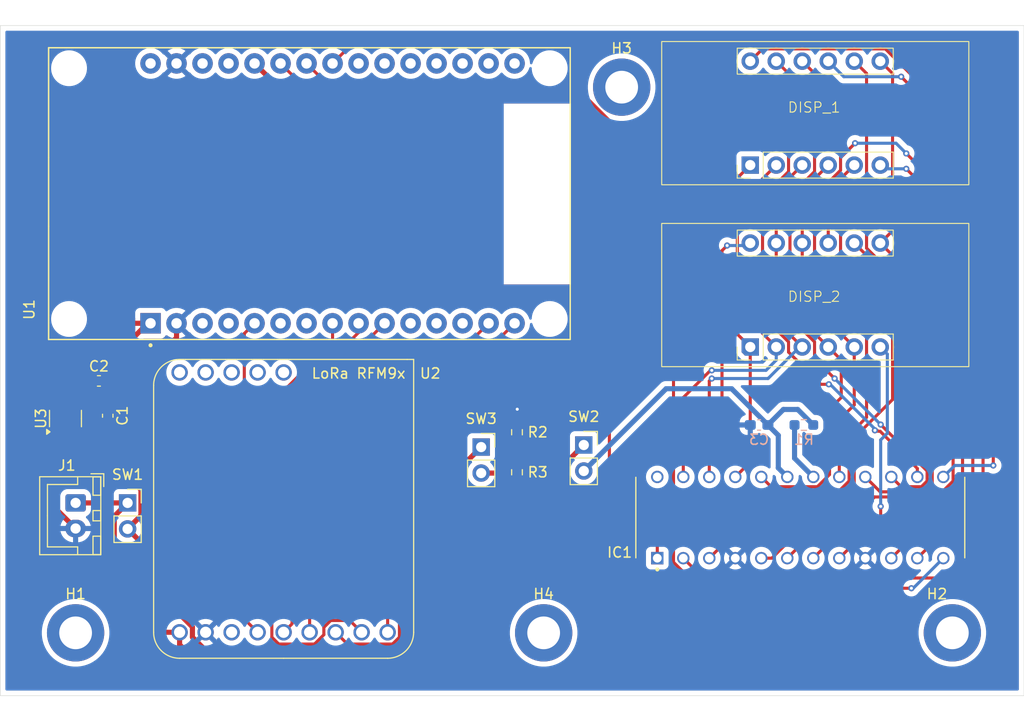
<source format=kicad_pcb>
(kicad_pcb (version 20241229) (generator "pcbnew") (generator_version "9.0")
  (layers (0 "F.Cu" signal) (2 "B.Cu" signal) (13 "F.Paste" user) (15 "B.Paste" user) (5 "F.SilkS" user "F.Silkscreen") (7 "B.SilkS" user "B.Silkscreen") (1 "F.Mask" user) (3 "B.Mask" user) (25 "Edge.Cuts" user))
  (net 0 "")
  (net 1 "Net-(U3-BP)")
  (net 2 "GND")
  (net 3 "3v3")
  (net 4 "V_LED")
  (net 5 "ISET")
  (net 6 "DIG3")
  (net 7 "DIN")
  (net 8 "DIG5")
  (net 9 "SEGC")
  (net 10 "CLK_LED")
  (net 11 "DIG6")
  (net 13 "DIG7")
  (net 14 "SEGE")
  (net 15 "DIG0")
  (net 16 "SEGF")
  (net 17 "SEGG")
  (net 18 "SEGB")
  (net 19 "SEGA")
  (net 20 "SEGD")
  (net 21 "SEGDP")
  (net 22 "DIG1")
  (net 23 "DIG2")
  (net 24 "DIG4")
  (net 25 "CS_LED")
  (net 26 "Vbat")
  (net 27 "VBATREAD")
  (net 28 "Vbat1")
  (net 29 "Vreg")
  (net 31 "CS")
  (net 33 "MISO")
  (net 34 "MOSI")
  (net 37 "RST")
  (net 47 "CLK")
  (net 51 "INT")
  (footprint "Package_TO_SOT_SMD:SOT-23-5" (layer "F.Cu") (at 85.37 128.9125 90)
    (property "Reference" "U3" (at 0 -2.4 90) (layer "F.SilkS"))
    (property "Value" "MIC5219-3.3YM5")
    (pad "1" smd roundrect (at -1.1375 -0.95 90) (size 1.325 0.6) (layers "F.Cu" "F.Mask" "F.Paste") (net 29 "Vreg"))
    (pad "2" smd roundrect (at -1.1375 0 90) (size 1.325 0.6) (layers "F.Cu" "F.Mask" "F.Paste") (net 2 "GND"))
    (pad "3" smd roundrect (at -1.1375 0.95 90) (size 1.325 0.6) (layers "F.Cu" "F.Mask" "F.Paste") (net 29 "Vreg"))
    (pad "4" smd roundrect (at 1.1375 0.95 90) (size 1.325 0.6) (layers "F.Cu" "F.Mask" "F.Paste") (net 1 "Net-(U3-BP)"))
    (pad "5" smd roundrect (at 1.1375 -0.95 90) (size 1.325 0.6) (layers "F.Cu" "F.Mask" "F.Paste") (net 3 "3v3"))
  )
  (footprint "footprints:RFM69HCW_Breakout" (layer "F.Cu") (at 106.68 137.74 -90)
    (property "Reference" "U2" (at -13.24 -14.32 180) (layer "F.SilkS"))
    (property "Value" "~")
    (fp_text user "LoRa RFM9x" (at -13.24 -7.32 180) (layer "F.SilkS"))
    (pad "1" thru_hole circle (at 12.065 10.16 90) (size 1.6 1.6) (drill 1.1) (layers "*.Cu" "*.Mask") (net 3 "3v3"))
    (pad "2" thru_hole circle (at 12.065 7.62 90) (size 1.6 1.6) (drill 1.1) (layers "*.Cu" "*.Mask") (net 2 "GND"))
    (pad "3" thru_hole circle (at 12.065 5.08 90) (size 1.6 1.6) (drill 1.1) (layers "*.Cu" "*.Mask"))
    (pad "4" thru_hole circle (at 12.065 2.54 90) (size 1.6 1.6) (drill 1.1) (layers "*.Cu" "*.Mask") (net 51 "INT"))
    (pad "5" thru_hole circle (at 12.065 0 90) (size 1.6 1.6) (drill 1.1) (layers "*.Cu" "*.Mask") (net 47 "CLK"))
    (pad "6" thru_hole circle (at 12.065 -2.54 90) (size 1.6 1.6) (drill 1.1) (layers "*.Cu" "*.Mask") (net 33 "MISO"))
    (pad "7" thru_hole circle (at 12.065 -5.08 90) (size 1.6 1.6) (drill 1.1) (layers "*.Cu" "*.Mask") (net 34 "MOSI"))
    (pad "8" thru_hole circle (at 12.065 -7.62 90) (size 1.6 1.6) (drill 1.1) (layers "*.Cu" "*.Mask") (net 31 "CS"))
    (pad "9" thru_hole circle (at 12.065 -10.16 90) (size 1.6 1.6) (drill 1.1) (layers "*.Cu" "*.Mask") (net 37 "RST"))
    (pad "10" thru_hole circle (at -13.335 0 90) (size 1.6 1.6) (drill 1.1) (layers "*.Cu" "*.Mask"))
    (pad "11" thru_hole circle (at -13.335 2.54 90) (size 1.6 1.6) (drill 1.1) (layers "*.Cu" "*.Mask"))
    (pad "12" thru_hole circle (at -13.335 5.08 90) (size 1.6 1.6) (drill 1.1) (layers "*.Cu" "*.Mask"))
    (pad "13" thru_hole circle (at -13.335 7.62 90) (size 1.6 1.6) (drill 1.1) (layers "*.Cu" "*.Mask"))
    (pad "14" thru_hole circle (at -13.335 10.16 90) (size 1.6 1.6) (drill 1.1) (layers "*.Cu" "*.Mask"))
  )
  (footprint "Connector_PinSocket_2.54mm:PinSocket_1x02_P2.54mm_Vertical" (layer "F.Cu") (at 91.44 137.16)
    (property "Reference" "SW1" (at 0 -2.77 0) (layer "F.SilkS"))
    (property "Value" "SW_DIP_x01")
    (pad "1" thru_hole rect (at 0 0) (size 1.7 1.7) (drill 1) (layers "*.Cu" "*.Mask") (net 26 "Vbat"))
    (pad "2" thru_hole circle (at 0 2.54) (size 1.7 1.7) (drill 1) (layers "*.Cu" "*.Mask") (net 29 "Vreg"))
  )
  (footprint "MountingHole:MountingHole_3.2mm_M3_DIN965_Pad_TopBottom" (layer "F.Cu") (at 132.08 149.86)
    (property "Reference" "H4" (at 0 -3.8 0) (layer "F.SilkS"))
    (property "Value" "MountingHole")
    (pad "1" thru_hole circle (at 0 0) (size 3.6 3.6) (drill 3.2) (layers "*.Cu" "*.Mask"))
    (pad "1" connect circle (at 0 0) (size 5.6 5.6) (layers "F.Cu" "F.Mask"))
    (pad "1" connect circle (at 0 0) (size 5.6 5.6) (layers "B.Cu" "B.Mask"))
  )
  (footprint "footprints:3461AS_7_seg" (layer "F.Cu") (at 158.61 116.84)
    (property "Reference" "DISP_2" (at -0.11 0.16 0) (layer "F.SilkS") (effects (font (thickness 0.1))))
    (property "Value" "~")
    (pad "1" thru_hole roundrect (at -6.35 5.08 90) (size 1.7 1.7) (drill 1) (layers "*.Cu" "*.Mask") (roundrect_rratio 0) (chamfer_ratio 0.2) (chamfer top_left) (net 14 "SEGE"))
    (pad "2" thru_hole circle (at -3.81 5.08 90) (size 1.7 1.7) (drill 1) (layers "*.Cu" "*.Mask") (net 20 "SEGD"))
    (pad "3" thru_hole circle (at -1.27 5.08 90) (size 1.7 1.7) (drill 1) (layers "*.Cu" "*.Mask") (net 21 "SEGDP"))
    (pad "4" thru_hole circle (at 1.27 5.08 90) (size 1.7 1.7) (drill 1) (layers "*.Cu" "*.Mask") (net 9 "SEGC"))
    (pad "5" thru_hole circle (at 3.81 5.08 90) (size 1.7 1.7) (drill 1) (layers "*.Cu" "*.Mask") (net 17 "SEGG"))
    (pad "6" thru_hole circle (at 6.35 5.08 90) (size 1.7 1.7) (drill 1) (layers "*.Cu" "*.Mask") (net 13 "DIG7"))
    (pad "7" thru_hole circle (at 6.35 -5.08 90) (size 1.7 1.7) (drill 1) (layers "*.Cu" "*.Mask") (net 18 "SEGB"))
    (pad "8" thru_hole circle (at 3.81 -5.08 90) (size 1.7 1.7) (drill 1) (layers "*.Cu" "*.Mask") (net 11 "DIG6"))
    (pad "9" thru_hole circle (at 1.27 -5.08 90) (size 1.7 1.7) (drill 1) (layers "*.Cu" "*.Mask") (net 8 "DIG5"))
    (pad "10" thru_hole circle (at -1.27 -5.08 90) (size 1.7 1.7) (drill 1) (layers "*.Cu" "*.Mask") (net 16 "SEGF"))
    (pad "11" thru_hole circle (at -3.81 -5.08 90) (size 1.7 1.7) (drill 1) (layers "*.Cu" "*.Mask") (net 19 "SEGA"))
    (pad "12" thru_hole circle (at -6.35 -5.08 90) (size 1.7 1.7) (drill 1) (layers "*.Cu" "*.Mask") (net 24 "DIG4"))
  )
  (footprint "Resistor_SMD:R_0603_1608Metric_Pad0.98x0.95mm_HandSolder" (layer "F.Cu") (at 129.475 134.1625 90)
    (property "Reference" "R3" (at 0 2.025 180) (layer "F.SilkS"))
    (property "Value" "200k")
    (pad "1" smd roundrect (at -0.9125 0 90) (size 0.975 0.95) (layers "F.Cu" "F.Mask" "F.Paste") (net 28 "Vbat1"))
    (pad "2" smd roundrect (at 0.9125 0 90) (size 0.975 0.95) (layers "F.Cu" "F.Mask" "F.Paste") (net 27 "VBATREAD"))
  )
  (footprint "Connector_PinSocket_2.54mm:PinSocket_1x02_P2.54mm_Vertical" (layer "F.Cu") (at 136 131.5)
    (property "Reference" "SW2" (at 0 -2.77 0) (layer "F.SilkS"))
    (property "Value" "SW_DIP_x01")
    (pad "1" thru_hole rect (at 0 0) (size 1.7 1.7) (drill 1) (layers "*.Cu" "*.Mask") (net 3 "3v3"))
    (pad "2" thru_hole circle (at 0 2.54) (size 1.7 1.7) (drill 1) (layers "*.Cu" "*.Mask") (net 4 "V_LED"))
  )
  (footprint "footprints:MODULE_ESP32_DEVKIT_V1" (layer "F.Cu") (at 109.195 106.9 90)
    (property "Reference" "U1" (at -11.355 -27.36 90) (layer "F.SilkS"))
    (property "Value" "ESP32-DEVKIT-V1")
    (pad "" np_thru_hole circle (at -12.28 -23.475 90) (size 3 3) (drill 3) (layers "*.Cu" "*.Mask"))
    (pad "" np_thru_hole circle (at -12.28 23.475 90) (size 3 3) (drill 3) (layers "*.Cu" "*.Mask"))
    (pad "" np_thru_hole circle (at 12.23 -23.475 90) (size 3 3) (drill 3) (layers "*.Cu" "*.Mask"))
    (pad "" np_thru_hole circle (at 12.23 23.475 90) (size 3 3) (drill 3) (layers "*.Cu" "*.Mask"))
    (pad "1" thru_hole rect (at -12.7 -15.515 90) (size 2 2) (drill 1.02) (layers "*.Cu" "*.Mask") (net 3 "3v3"))
    (pad "2" thru_hole circle (at -12.7 -12.975 90) (size 2 2) (drill 1.02) (layers "*.Cu" "*.Mask") (net 2 "GND"))
    (pad "3" thru_hole circle (at -12.7 -10.435 90) (size 2 2) (drill 1.02) (layers "*.Cu" "*.Mask"))
    (pad "4" thru_hole circle (at -12.7 -7.895 90) (size 2 2) (drill 1.02) (layers "*.Cu" "*.Mask"))
    (pad "5" thru_hole circle (at -12.7 -5.355 90) (size 2 2) (drill 1.02) (layers "*.Cu" "*.Mask") (net 51 "INT"))
    (pad "6" thru_hole circle (at -12.7 -2.815 90) (size 2 2) (drill 1.02) (layers "*.Cu" "*.Mask"))
    (pad "7" thru_hole circle (at -12.7 -0.275 90) (size 2 2) (drill 1.02) (layers "*.Cu" "*.Mask"))
    (pad "8" thru_hole circle (at -12.7 2.265 90) (size 2 2) (drill 1.02) (layers "*.Cu" "*.Mask") (net 31 "CS"))
    (pad "9" thru_hole circle (at -12.7 4.805 90) (size 2 2) (drill 1.02) (layers "*.Cu" "*.Mask") (net 47 "CLK"))
    (pad "10" thru_hole circle (at -12.7 7.345 90) (size 2 2) (drill 1.02) (layers "*.Cu" "*.Mask") (net 33 "MISO"))
    (pad "11" thru_hole circle (at -12.7 9.885 90) (size 2 2) (drill 1.02) (layers "*.Cu" "*.Mask"))
    (pad "12" thru_hole circle (at -12.7 12.425 90) (size 2 2) (drill 1.02) (layers "*.Cu" "*.Mask"))
    (pad "13" thru_hole circle (at -12.7 14.965 90) (size 2 2) (drill 1.02) (layers "*.Cu" "*.Mask"))
    (pad "14" thru_hole circle (at -12.7 17.505 90) (size 2 2) (drill 1.02) (layers "*.Cu" "*.Mask") (net 37 "RST"))
    (pad "15" thru_hole circle (at -12.7 20.045 90) (size 2 2) (drill 1.02) (layers "*.Cu" "*.Mask") (net 34 "MOSI"))
    (pad "16" thru_hole circle (at 12.7 20.045 90) (size 2 2) (drill 1.02) (layers "*.Cu" "*.Mask"))
    (pad "17" thru_hole circle (at 12.7 17.505 90) (size 2 2) (drill 1.02) (layers "*.Cu" "*.Mask"))
    (pad "18" thru_hole circle (at 12.7 14.965 90) (size 2 2) (drill 1.02) (layers "*.Cu" "*.Mask"))
    (pad "19" thru_hole circle (at 12.7 12.425 90) (size 2 2) (drill 1.02) (layers "*.Cu" "*.Mask"))
    (pad "20" thru_hole circle (at 12.7 9.885 90) (size 2 2) (drill 1.02) (layers "*.Cu" "*.Mask"))
    (pad "21" thru_hole circle (at 12.7 7.345 90) (size 2 2) (drill 1.02) (layers "*.Cu" "*.Mask"))
    (pad "22" thru_hole circle (at 12.7 4.805 90) (size 2 2) (drill 1.02) (layers "*.Cu" "*.Mask"))
    (pad "23" thru_hole circle (at 12.7 2.265 90) (size 2 2) (drill 1.02) (layers "*.Cu" "*.Mask") (net 10 "CLK_LED"))
    (pad "24" thru_hole circle (at 12.7 -0.275 90) (size 2 2) (drill 1.02) (layers "*.Cu" "*.Mask") (net 25 "CS_LED"))
    (pad "25" thru_hole circle (at 12.7 -2.815 90) (size 2 2) (drill 1.02) (layers "*.Cu" "*.Mask") (net 7 "DIN"))
    (pad "26" thru_hole circle (at 12.7 -5.355 90) (size 2 2) (drill 1.02) (layers "*.Cu" "*.Mask") (net 27 "VBATREAD"))
    (pad "27" thru_hole circle (at 12.7 -7.895 90) (size 2 2) (drill 1.02) (layers "*.Cu" "*.Mask"))
    (pad "28" thru_hole circle (at 12.7 -10.435 90) (size 2 2) (drill 1.02) (layers "*.Cu" "*.Mask"))
    (pad "29" thru_hole circle (at 12.7 -12.975 90) (size 2 2) (drill 1.02) (layers "*.Cu" "*.Mask") (net 2 "GND"))
    (pad "30" thru_hole circle (at 12.7 -15.515 90) (size 2 2) (drill 1.02) (layers "*.Cu" "*.Mask"))
    (zone (net 0) (net_name "") (layer "F.Cu") (connect_pads (clearance 0)) (min_thickness 0.01)
      (keepout (tracks not_allowed) (vias not_allowed) (pads not_allowed) (copperpour not_allowed) (footprints allowed))
      (fill (thermal_gap 0.508) (thermal_bridge_width 0.508))
      (polygon (pts (xy 128.18 115.81) (xy 128.18 98.12) (xy 134.67 98.12) (xy 134.67 115.81)))
    )
    (zone (net 0) (net_name "") (layer "B.Cu") (connect_pads (clearance 0)) (min_thickness 0.01)
      (keepout (tracks not_allowed) (vias not_allowed) (pads not_allowed) (copperpour not_allowed) (footprints allowed))
      (fill (thermal_gap 0.508) (thermal_bridge_width 0.508))
      (polygon (pts (xy 128.18 115.81) (xy 128.18 98.12) (xy 134.67 98.12) (xy 134.67 115.81)))
    )
  )
  (footprint "MountingHole:MountingHole_3.2mm_M3_DIN965_Pad_TopBottom" (layer "F.Cu") (at 86.36 149.86)
    (property "Reference" "H1" (at 0 -3.8 0) (layer "F.SilkS"))
    (property "Value" "MountingHole")
    (pad "1" thru_hole circle (at 0 0) (size 3.6 3.6) (drill 3.2) (layers "*.Cu" "*.Mask"))
    (pad "1" connect circle (at 0 0) (size 5.6 5.6) (layers "F.Cu" "F.Mask"))
    (pad "1" connect circle (at 0 0) (size 5.6 5.6) (layers "B.Cu" "B.Mask"))
  )
  (footprint "Capacitor_SMD:C_0603_1608Metric_Pad1.08x0.95mm_HandSolder" (layer "F.Cu") (at 89.5 128.6375 -90)
    (property "Reference" "C1" (at 0 -1.43 90) (layer "F.SilkS"))
    (property "Value" "470pF")
    (pad "1" smd roundrect (at -0.8625 0 270) (size 1.075 0.95) (layers "F.Cu" "F.Mask" "F.Paste") (net 1 "Net-(U3-BP)"))
    (pad "2" smd roundrect (at 0.8625 0 270) (size 1.075 0.95) (layers "F.Cu" "F.Mask" "F.Paste") (net 2 "GND"))
  )
  (footprint "Connector_PinSocket_2.54mm:PinSocket_1x02_P2.54mm_Vertical" (layer "F.Cu") (at 125.975 131.7025)
    (property "Reference" "SW3" (at 0 -2.77 0) (layer "F.SilkS"))
    (property "Value" "SW_DIP_x01")
    (pad "1" thru_hole rect (at 0 0) (size 1.7 1.7) (drill 1) (layers "*.Cu" "*.Mask") (net 26 "Vbat"))
    (pad "2" thru_hole circle (at 0 2.54) (size 1.7 1.7) (drill 1) (layers "*.Cu" "*.Mask") (net 28 "Vbat1"))
  )
  (footprint "footprints:3461AS_7_seg" (layer "F.Cu") (at 158.61 99.06)
    (property "Reference" "DISP_1" (at -0.11 -0.56 0) (layer "F.SilkS") (effects (font (thickness 0.1))))
    (property "Value" "~")
    (pad "1" thru_hole roundrect (at -6.35 5.08 90) (size 1.7 1.7) (drill 1) (layers "*.Cu" "*.Mask") (roundrect_rratio 0) (chamfer_ratio 0.2) (chamfer top_left) (net 14 "SEGE"))
    (pad "2" thru_hole circle (at -3.81 5.08 90) (size 1.7 1.7) (drill 1) (layers "*.Cu" "*.Mask") (net 20 "SEGD"))
    (pad "3" thru_hole circle (at -1.27 5.08 90) (size 1.7 1.7) (drill 1) (layers "*.Cu" "*.Mask") (net 21 "SEGDP"))
    (pad "4" thru_hole circle (at 1.27 5.08 90) (size 1.7 1.7) (drill 1) (layers "*.Cu" "*.Mask") (net 9 "SEGC"))
    (pad "5" thru_hole circle (at 3.81 5.08 90) (size 1.7 1.7) (drill 1) (layers "*.Cu" "*.Mask") (net 17 "SEGG"))
    (pad "6" thru_hole circle (at 6.35 5.08 90) (size 1.7 1.7) (drill 1) (layers "*.Cu" "*.Mask") (net 6 "DIG3"))
    (pad "7" thru_hole circle (at 6.35 -5.08 90) (size 1.7 1.7) (drill 1) (layers "*.Cu" "*.Mask") (net 18 "SEGB"))
    (pad "8" thru_hole circle (at 3.81 -5.08 90) (size 1.7 1.7) (drill 1) (layers "*.Cu" "*.Mask") (net 23 "DIG2"))
    (pad "9" thru_hole circle (at 1.27 -5.08 90) (size 1.7 1.7) (drill 1) (layers "*.Cu" "*.Mask") (net 22 "DIG1"))
    (pad "10" thru_hole circle (at -1.27 -5.08 90) (size 1.7 1.7) (drill 1) (layers "*.Cu" "*.Mask") (net 16 "SEGF"))
    (pad "11" thru_hole circle (at -3.81 -5.08 90) (size 1.7 1.7) (drill 1) (layers "*.Cu" "*.Mask") (net 19 "SEGA"))
    (pad "12" thru_hole circle (at -6.35 -5.08 90) (size 1.7 1.7) (drill 1) (layers "*.Cu" "*.Mask") (net 15 "DIG0"))
  )
  (footprint "Resistor_SMD:R_0603_1608Metric_Pad0.98x0.95mm_HandSolder" (layer "F.Cu") (at 129.475 130.25 90)
    (property "Reference" "R2" (at 0 2.025 180) (layer "F.SilkS"))
    (property "Value" "100k")
    (pad "1" smd roundrect (at -0.9125 0 90) (size 0.975 0.95) (layers "F.Cu" "F.Mask" "F.Paste") (net 27 "VBATREAD"))
    (pad "2" smd roundrect (at 0.9125 0 90) (size 0.975 0.95) (layers "F.Cu" "F.Mask" "F.Paste") (net 2 "GND"))
  )
  (footprint "Connector_JST:JST_XH_B2B-XH-A_1x02_P2.50mm_Vertical" (layer "F.Cu") (at 86.36 137.16 -90)
    (property "Reference" "J1" (at -3.66 0.86 180) (layer "F.SilkS"))
    (property "Value" "Conn_01x02_Socket")
    (pad "1" thru_hole roundrect (at 0 0 270) (size 1.7 2) (drill 1) (layers "*.Cu" "*.Mask") (roundrect_rratio 0.147059) (net 26 "Vbat"))
    (pad "2" thru_hole oval (at 2.5 0 270) (size 1.7 2) (drill 1) (layers "*.Cu" "*.Mask") (net 2 "GND"))
  )
  (footprint "Capacitor_SMD:C_0603_1608Metric_Pad1.08x0.95mm_HandSolder" (layer "F.Cu") (at 88.6375 125.235)
    (property "Reference" "C2" (at 0 -1.43 0) (layer "F.SilkS"))
    (property "Value" "2.2uF")
    (pad "1" smd roundrect (at -0.8625 0) (size 1.075 0.95) (layers "F.Cu" "F.Mask" "F.Paste") (net 3 "3v3"))
    (pad "2" smd roundrect (at 0.8625 0) (size 1.075 0.95) (layers "F.Cu" "F.Mask" "F.Paste") (net 2 "GND"))
  )
  (footprint "MountingHole:MountingHole_3.2mm_M3_DIN965_Pad_TopBottom" (layer "F.Cu") (at 172 149.86)
    (property "Reference" "H2" (at -1.5 -3.8 0) (layer "F.SilkS"))
    (property "Value" "MountingHole")
    (pad "1" thru_hole circle (at 0 0) (size 3.6 3.6) (drill 3.2) (layers "*.Cu" "*.Mask"))
    (pad "1" connect circle (at 0 0) (size 5.6 5.6) (layers "F.Cu" "F.Mask"))
    (pad "1" connect circle (at 0 0) (size 5.6 5.6) (layers "B.Cu" "B.Mask"))
  )
  (footprint "MountingHole:MountingHole_3.2mm_M3_DIN965_Pad_TopBottom" (layer "F.Cu") (at 139.7 96.52)
    (property "Reference" "H3" (at 0 -3.8 0) (layer "F.SilkS"))
    (property "Value" "MountingHole")
    (pad "1" thru_hole circle (at 0 0) (size 3.6 3.6) (drill 3.2) (layers "*.Cu" "*.Mask"))
    (pad "1" connect circle (at 0 0) (size 5.6 5.6) (layers "F.Cu" "F.Mask"))
    (pad "1" connect circle (at 0 0) (size 5.6 5.6) (layers "B.Cu" "B.Mask"))
  )
  (footprint "footprints:DIP794W47P254L3213H457Q24" (layer "F.Cu") (at 157.15 138.59 90)
    (property "Reference" "IC1" (at -3.41 -17.65 180) (layer "F.SilkS"))
    (property "Value" "MAX7219CNG")
    (pad "1" thru_hole rect (at -3.97 -13.97 90) (size 1.21 1.21) (drill 0.86) (layers "*.Cu" "*.Mask") (net 7 "DIN"))
    (pad "2" thru_hole circle (at -3.97 -11.43 90) (size 1.21 1.21) (drill 0.86) (layers "*.Cu" "*.Mask") (net 15 "DIG0"))
    (pad "3" thru_hole circle (at -3.97 -8.89 90) (size 1.21 1.21) (drill 0.86) (layers "*.Cu" "*.Mask") (net 24 "DIG4"))
    (pad "4" thru_hole circle (at -3.97 -6.35 90) (size 1.21 1.21) (drill 0.86) (layers "*.Cu" "*.Mask") (net 2 "GND"))
    (pad "5" thru_hole circle (at -3.97 -3.81 90) (size 1.21 1.21) (drill 0.86) (layers "*.Cu" "*.Mask") (net 11 "DIG6"))
    (pad "6" thru_hole circle (at -3.97 -1.27 90) (size 1.21 1.21) (drill 0.86) (layers "*.Cu" "*.Mask") (net 23 "DIG2"))
    (pad "7" thru_hole circle (at -3.97 1.27 90) (size 1.21 1.21) (drill 0.86) (layers "*.Cu" "*.Mask") (net 6 "DIG3"))
    (pad "8" thru_hole circle (at -3.97 3.81 90) (size 1.21 1.21) (drill 0.86) (layers "*.Cu" "*.Mask") (net 13 "DIG7"))
    (pad "9" thru_hole circle (at -3.97 6.35 90) (size 1.21 1.21) (drill 0.86) (layers "*.Cu" "*.Mask") (net 2 "GND"))
    (pad "10" thru_hole circle (at -3.97 8.89 90) (size 1.21 1.21) (drill 0.86) (layers "*.Cu" "*.Mask") (net 8 "DIG5"))
    (pad "11" thru_hole circle (at -3.97 11.43 90) (size 1.21 1.21) (drill 0.86) (layers "*.Cu" "*.Mask") (net 22 "DIG1"))
    (pad "12" thru_hole circle (at -3.97 13.97 90) (size 1.21 1.21) (drill 0.86) (layers "*.Cu" "*.Mask") (net 25 "CS_LED"))
    (pad "13" thru_hole circle (at 3.97 13.97 90) (size 1.21 1.21) (drill 0.86) (layers "*.Cu" "*.Mask") (net 10 "CLK_LED"))
    (pad "14" thru_hole circle (at 3.97 11.43 90) (size 1.21 1.21) (drill 0.86) (layers "*.Cu" "*.Mask") (net 19 "SEGA"))
    (pad "15" thru_hole circle (at 3.97 8.89 90) (size 1.21 1.21) (drill 0.86) (layers "*.Cu" "*.Mask") (net 16 "SEGF"))
    (pad "16" thru_hole circle (at 3.97 6.35 90) (size 1.21 1.21) (drill 0.86) (layers "*.Cu" "*.Mask") (net 18 "SEGB"))
    (pad "17" thru_hole circle (at 3.97 3.81 90) (size 1.21 1.21) (drill 0.86) (layers "*.Cu" "*.Mask") (net 17 "SEGG"))
    (pad "18" thru_hole circle (at 3.97 1.27 90) (size 1.21 1.21) (drill 0.86) (layers "*.Cu" "*.Mask") (net 5 "ISET"))
    (pad "19" thru_hole circle (at 3.97 -1.27 90) (size 1.21 1.21) (drill 0.86) (layers "*.Cu" "*.Mask") (net 4 "V_LED"))
    (pad "20" thru_hole circle (at 3.97 -3.81 90) (size 1.21 1.21) (drill 0.86) (layers "*.Cu" "*.Mask") (net 9 "SEGC"))
    (pad "21" thru_hole circle (at 3.97 -6.35 90) (size 1.21 1.21) (drill 0.86) (layers "*.Cu" "*.Mask") (net 14 "SEGE"))
    (pad "22" thru_hole circle (at 3.97 -8.89 90) (size 1.21 1.21) (drill 0.86) (layers "*.Cu" "*.Mask") (net 21 "SEGDP"))
    (pad "23" thru_hole circle (at 3.97 -11.43 90) (size 1.21 1.21) (drill 0.86) (layers "*.Cu" "*.Mask") (net 20 "SEGD"))
    (pad "24" thru_hole circle (at 3.97 -13.97 90) (size 1.21 1.21) (drill 0.86) (layers "*.Cu" "*.Mask"))
  )
  (footprint "Capacitor_SMD:C_0603_1608Metric_Pad1.08x0.95mm_HandSolder" (layer "B.Cu") (at 153.1225 129.54)
    (property "Reference" "C3" (at 0 1.43 0) (layer "B.SilkS") (effects (justify mirror)))
    (property "Value" "0.1uF")
    (pad "1" smd roundrect (at -0.8625 0) (size 1.075 0.95) (layers "B.Cu" "B.Mask" "B.Paste") (net 2 "GND"))
    (pad "2" smd roundrect (at 0.8625 0) (size 1.075 0.95) (layers "B.Cu" "B.Mask" "B.Paste") (net 4 "V_LED"))
  )
  (footprint "Resistor_SMD:R_0603_1608Metric_Pad0.98x0.95mm_HandSolder" (layer "B.Cu") (at 157.5 129.54)
    (property "Reference" "R1" (at 0 1.43 0) (layer "B.SilkS") (effects (justify mirror)))
    (property "Value" "28k")
    (pad "1" smd roundrect (at -0.9125 0) (size 0.975 0.95) (layers "B.Cu" "B.Mask" "B.Paste") (net 5 "ISET"))
    (pad "2" smd roundrect (at 0.9125 0) (size 0.975 0.95) (layers "B.Cu" "B.Mask" "B.Paste") (net 4 "V_LED"))
  )
  (gr_rect (start 79 90.5) (end 179 156) (stroke (width 0.05)) (fill no) (layer "Edge.Cuts"))
  (segment (start 89.5 127.775) (end 86.32 127.775) (width 0.5) (layer "F.Cu") (net 1))
  (segment (start 91.999213 125.235) (end 96.22 121.014213) (width 0.5) (layer "F.Cu") (net 2))
  (segment (start 85.821001 128.9365) (end 85.37 129.387501) (width 0.5) (layer "F.Cu") (net 2))
  (segment (start 83.669 129.2844) (end 84.0169 128.9365) (width 0.5) (layer "F.Cu") (net 2))
  (segment (start 89.5 129.5) (end 88.9365 128.9365) (width 0.5) (layer "F.Cu") (net 2))
  (segment (start 89.5 129.5) (end 90.426 128.574) (width 0.5) (layer "F.Cu") (net 2))
  (segment (start 90.426 128.574) (end 90.426 126.161) (width 0.5) (layer "F.Cu") (net 2))
  (segment (start 129.475 128.025) (end 129.5 128) (width 0.5) (layer "F.Cu") (net 2))
  (segment (start 83.669 136.969) (end 83.669 129.2844) (width 0.5) (layer "F.Cu") (net 2))
  (segment (start 96.22 121.014213) (end 96.22 119.6) (width 0.5) (layer "F.Cu") (net 2))
  (segment (start 129.475 129.3375) (end 129.475 128.025) (width 0.5) (layer "F.Cu") (net 2))
  (segment (start 85.37 129.387501) (end 85.37 130.05) (width 0.5) (layer "F.Cu") (net 2))
  (segment (start 89.5 125.235) (end 91.999213 125.235) (width 0.5) (layer "F.Cu") (net 2))
  (segment (start 88.9365 128.9365) (end 85.821001 128.9365) (width 0.5) (layer "F.Cu") (net 2))
  (segment (start 84.0169 128.9365) (end 85.821001 128.9365) (width 0.5) (layer "F.Cu") (net 2))
  (segment (start 90.426 126.161) (end 89.5 125.235) (width 0.5) (layer "F.Cu") (net 2))
  (segment (start 86.36 139.66) (end 83.669 136.969) (width 0.5) (layer "F.Cu") (net 2))
  (via (at 129.5 128) (size 0.6) (drill 0.3) (layers "F.Cu" "B.Cu") (net 2))
  (segment (start 84.120001 127.775) (end 84.42 127.775) (width 0.5) (layer "F.Cu") (net 3))
  (segment (start 96.52 149.805) (end 93.805 149.805) (width 0.5) (layer "F.Cu") (net 3))
  (segment (start 123 144.5) (end 136 131.5) (width 0.5) (layer "F.Cu") (net 3))
  (segment (start 87.775 125.235) (end 93.41 119.6) (width 0.5) (layer "F.Cu") (net 3))
  (segment (start 120.991364 153) (end 123 150.991364) (width 0.5) (layer "F.Cu") (net 3))
  (segment (start 93.805 149.805) (end 82 138) (width 0.5) (layer "F.Cu") (net 3))
  (segment (start 123 150.991364) (end 123 144.5) (width 0.5) (layer "F.Cu") (net 3))
  (segment (start 86.96 125.235) (end 87.775 125.235) (width 0.5) (layer "F.Cu") (net 3))
  (segment (start 93.41 119.6) (end 93.68 119.6) (width 0.5) (layer "F.Cu") (net 3))
  (segment (start 98.5 153) (end 120.991364 153) (width 0.5) (layer "F.Cu") (net 3))
  (segment (start 96.52 151.02) (end 98.5 153) (width 0.5) (layer "F.Cu") (net 3))
  (segment (start 82 129.895001) (end 84.120001 127.775) (width 0.5) (layer "F.Cu") (net 3))
  (segment (start 96.52 149.805) (end 96.52 151.02) (width 0.5) (layer "F.Cu") (net 3))
  (segment (start 82 138) (end 82 129.895001) (width 0.5) (layer "F.Cu") (net 3))
  (segment (start 84.42 127.775) (end 86.96 125.235) (width 0.5) (layer "F.Cu") (net 3))
  (segment (start 156.8975 128.025) (end 155.5 128.025) (width 0.5) (layer "B.Cu") (net 4))
  (segment (start 144.04 126) (end 150.445 126) (width 0.5) (layer "B.Cu") (net 4))
  (segment (start 155 130.555) (end 153.985 129.54) (width 0.5) (layer "B.Cu") (net 4))
  (segment (start 136 134.04) (end 144.04 126) (width 0.5) (layer "B.Cu") (net 4))
  (segment (start 155.5 128.025) (end 153.985 129.54) (width 0.5) (layer "B.Cu") (net 4))
  (segment (start 158.4125 129.54) (end 156.8975 128.025) (width 0.5) (layer "B.Cu") (net 4))
  (segment (start 155 133.74) (end 155 130.555) (width 0.5) (layer "B.Cu") (net 4))
  (segment (start 155.88 134.62) (end 155 133.74) (width 0.5) (layer "B.Cu") (net 4))
  (segment (start 150.445 126) (end 153.985 129.54) (width 0.5) (layer "B.Cu") (net 4))
  (segment (start 156.5875 129.54) (end 156.5875 132.7875) (width 0.5) (layer "B.Cu") (net 5))
  (segment (start 156.5875 132.7875) (end 158.42 134.62) (width 0.5) (layer "B.Cu") (net 5))
  (segment (start 172.076 109.076) (end 167.5 104.5) (width 0.3) (layer "F.Cu") (net 6))
  (segment (start 170.513989 136.578) (end 172.076 135.015989) (width 0.3) (layer "F.Cu") (net 6))
  (segment (start 164.402 136.578) (end 170.513989 136.578) (width 0.3) (layer "F.Cu") (net 6))
  (segment (start 158.42 142.56) (end 164.402 136.578) (width 0.3) (layer "F.Cu") (net 6))
  (segment (start 172.076 135.015989) (end 172.076 109.076) (width 0.3) (layer "F.Cu") (net 6))
  (via (at 167.5 104.5) (size 0.6) (drill 0.3) (layers "F.Cu" "B.Cu") (net 6))
  (segment (start 165.32 104.5) (end 164.96 104.14) (width 0.3) (layer "B.Cu") (net 6))
  (segment (start 167.5 104.5) (end 165.32 104.5) (width 0.3) (layer "B.Cu") (net 6))
  (segment (start 110.149 97.969) (end 134.732546 97.969) (width 0.3) (layer "F.Cu") (net 7))
  (segment (start 134.732546 97.969) (end 138.5 101.736454) (width 0.3) (layer "F.Cu") (net 7))
  (segment (start 143.18 138.462) (end 143.18 142.56) (width 0.3) (layer "F.Cu") (net 7))
  (segment (start 106.38 94.2) (end 110.149 97.969) (width 0.3) (layer "F.Cu") (net 7))
  (segment (start 138.5 101.736454) (end 138.5 133.782) (width 0.3) (layer "F.Cu") (net 7))
  (segment (start 138.5 133.782) (end 143.18 138.462) (width 0.3) (layer "F.Cu") (net 7))
  (segment (start 173 135.6) (end 173 108.5) (width 0.3) (layer "F.Cu") (net 8))
  (segment (start 166.04 142.56) (end 173 135.6) (width 0.3) (layer "F.Cu") (net 8))
  (segment (start 161.081 103.419) (end 161.081 104.637471) (width 0.3) (layer "F.Cu") (net 8))
  (segment (start 161.081 104.637471) (end 159.88 105.838471) (width 0.3) (layer "F.Cu") (net 8))
  (segment (start 162.5 102) (end 161.081 103.419) (width 0.3) (layer "F.Cu") (net 8))
  (segment (start 159.88 105.838471) (end 159.88 111.76) (width 0.3) (layer "F.Cu") (net 8))
  (segment (start 173 108.5) (end 167.5 103) (width 0.3) (layer "F.Cu") (net 8))
  (via (at 162.5 102) (size 0.6) (drill 0.3) (layers "F.Cu" "B.Cu") (net 8))
  (via (at 167.5 103) (size 0.6) (drill 0.3) (layers "F.Cu" "B.Cu") (net 8))
  (segment (start 166.5 102) (end 162.5 102) (width 0.3) (layer "B.Cu") (net 8))
  (segment (start 167.5 103) (end 166.5 102) (width 0.3) (layer "B.Cu") (net 8))
  (segment (start 153.34 134.62) (end 154.296 135.576) (width 0.3) (layer "F.Cu") (net 9))
  (segment (start 160.0035 128.0035) (end 161.151 126.856) (width 0.3) (layer "F.Cu") (net 9))
  (segment (start 158.541 105.479) (end 158.541 120.581) (width 0.3) (layer "F.Cu") (net 9))
  (segment (start 159.88 104.14) (end 158.541 105.479) (width 0.3) (layer "F.Cu") (net 9))
  (segment (start 161.151 126.856) (end 161.151 123.191) (width 0.3) (layer "F.Cu") (net 9))
  (segment (start 154.296 135.576) (end 158.815989 135.576) (width 0.3) (layer "F.Cu") (net 9))
  (segment (start 161.151 123.191) (end 159.88 121.92) (width 0.3) (layer "F.Cu") (net 9))
  (segment (start 160.0035 134.388489) (end 160.0035 128.0035) (width 0.3) (layer "F.Cu") (net 9))
  (segment (start 158.815989 135.576) (end 160.0035 134.388489) (width 0.3) (layer "F.Cu") (net 9))
  (segment (start 158.541 120.581) (end 159.88 121.92) (width 0.3) (layer "F.Cu") (net 9))
  (segment (start 176 102.613008) (end 176 133.5) (width 0.3) (layer "F.Cu") (net 10))
  (segment (start 111.46 94.2) (end 113.382 92.278) (width 0.3) (layer "F.Cu") (net 10))
  (segment (start 165.664992 92.278) (end 113.382 92.278) (width 0.3) (layer "F.Cu") (net 10))
  (segment (start 165.664992 92.278) (end 176 102.613008) (width 0.3) (layer "F.Cu") (net 10))
  (via (at 176 133.5) (size 0.6) (drill 0.3) (layers "F.Cu" "B.Cu") (net 10))
  (segment (start 172.24 133.5) (end 171.12 134.62) (width 0.3) (layer "B.Cu") (net 10))
  (segment (start 176 133.5) (end 172.24 133.5) (width 0.3) (layer "B.Cu") (net 10))
  (segment (start 154.371989 142.56) (end 161.916 135.015989) (width 0.3) (layer "F.Cu") (net 11))
  (segment (start 161.916 135.015989) (end 161.916 130.5) (width 0.3) (layer "F.Cu") (net 11))
  (segment (start 153.34 142.56) (end 154.371989 142.56) (width 0.3) (layer "F.Cu") (net 11))
  (segment (start 163.621 128.795) (end 163.621 112.961) (width 0.3) (layer "F.Cu") (net 11))
  (segment (start 161.916 130.5) (end 163.621 128.795) (width 0.3) (layer "F.Cu") (net 11))
  (segment (start 163.621 112.961) (end 162.42 111.76) (width 0.3) (layer "F.Cu") (net 11))
  (segment (start 165 138.52) (end 165 137.5) (width 0.3) (layer "F.Cu") (net 13))
  (segment (start 160.96 142.56) (end 165 138.52) (width 0.3) (layer "F.Cu") (net 13))
  (via (at 165 137.5) (size 0.6) (drill 0.3) (layers "F.Cu" "B.Cu") (net 13))
  (segment (start 165.651 122.611) (end 164.96 121.92) (width 0.3) (layer "B.Cu") (net 13))
  (segment (start 165 131) (end 165.651 130.349) (width 0.3) (layer "B.Cu") (net 13))
  (segment (start 165 137.5) (end 165 131) (width 0.3) (layer "B.Cu") (net 13))
  (segment (start 165.651 130.349) (end 165.651 122.611) (width 0.3) (layer "B.Cu") (net 13))
  (segment (start 151 120.66) (end 152.26 121.92) (width 0.3) (layer "F.Cu") (net 14))
  (segment (start 152.26 104.14) (end 151 105.4) (width 0.3) (layer "F.Cu") (net 14))
  (segment (start 151 105.4) (end 151 120.66) (width 0.3) (layer "F.Cu") (net 14))
  (segment (start 150.8 134.62) (end 152.26 133.16) (width 0.3) (layer "F.Cu") (net 14))
  (segment (start 152.26 133.16) (end 152.26 121.92) (width 0.3) (layer "F.Cu") (net 14))
  (segment (start 153.461 92.779) (end 165.457471 92.779) (width 0.3) (layer "F.Cu") (net 15))
  (segment (start 172.5 144.5) (end 147.66 144.5) (width 0.3) (layer "F.Cu") (net 15))
  (segment (start 165.457471 92.779) (end 175 102.321529) (width 0.3) (layer "F.Cu") (net 15))
  (segment (start 147.66 144.5) (end 145.72 142.56) (width 0.3) (layer "F.Cu") (net 15))
  (segment (start 175 102.321529) (end 175 142) (width 0.3) (layer "F.Cu") (net 15))
  (segment (start 152.26 93.98) (end 153.461 92.779) (width 0.3) (layer "F.Cu") (net 15))
  (segment (start 175 142) (end 172.5 144.5) (width 0.3) (layer "F.Cu") (net 15))
  (segment (start 168.975989 135.576) (end 169.536 135.015989) (width 0.3) (layer "F.Cu") (net 16))
  (segment (start 158.541 95.181) (end 158.541 104.77048) (width 0.3) (layer "F.Cu") (net 16))
  (segment (start 166.996 135.576) (end 168.975989 135.576) (width 0.3) (layer "F.Cu") (net 16))
  (segment (start 158.541 104.77048) (end 157.34 105.97148) (width 0.3) (layer "F.Cu") (net 16))
  (segment (start 158.541 123.041) (end 158.541 121.422529) (width 0.3) (layer "F.Cu") (net 16))
  (segment (start 157.34 105.97148) (end 157.34 111.76) (width 0.3) (layer "F.Cu") (net 16))
  (segment (start 157.34 120.221529) (end 157.34 111.76) (width 0.3) (layer "F.Cu") (net 16))
  (segment (start 166.04 134.62) (end 166.996 135.576) (width 0.3) (layer "F.Cu") (net 16))
  (segment (start 158.541 121.422529) (end 157.34 120.221529) (width 0.3) (layer "F.Cu") (net 16))
  (segment (start 157.34 93.98) (end 158.541 95.181) (width 0.3) (layer "F.Cu") (net 16))
  (segment (start 160.5 125) (end 158.541 123.041) (width 0.3) (layer "F.Cu") (net 16))
  (segment (start 169.536 135.015989) (end 169.536 134.036) (width 0.3) (layer "F.Cu") (net 16))
  (segment (start 169.536 134.036) (end 165 129.5) (width 0.3) (layer "F.Cu") (net 16))
  (via (at 165 129.5) (size 0.6) (drill 0.3) (layers "F.Cu" "B.Cu") (net 16))
  (via (at 160.5 125) (size 0.6) (drill 0.3) (layers "F.Cu" "B.Cu") (net 16))
  (segment (start 165 129.5) (end 160.5 125) (width 0.3) (layer "B.Cu") (net 16))
  (segment (start 161.081 120.581) (end 162.42 121.92) (width 0.3) (layer "F.Cu") (net 17))
  (segment (start 160.96 129.04) (end 162.42 127.58) (width 0.3) (layer "F.Cu") (net 17))
  (segment (start 162.42 104.14) (end 161.081 105.479) (width 0.3) (layer "F.Cu") (net 17))
  (segment (start 160.96 134.62) (end 160.96 129.04) (width 0.3) (layer "F.Cu") (net 17))
  (segment (start 161.081 105.479) (end 161.081 120.581) (width 0.3) (layer "F.Cu") (net 17))
  (segment (start 162.42 127.58) (end 162.42 121.92) (width 0.3) (layer "F.Cu") (net 17))
  (segment (start 162.5 122) (end 162.42 121.92) (width 0.3) (layer "B.Cu") (net 17))
  (segment (start 163.5 134.62) (end 164.957 136.077) (width 0.3) (layer "F.Cu") (net 18))
  (segment (start 164.957 136.077) (end 169.18351 136.077) (width 0.3) (layer "F.Cu") (net 18))
  (segment (start 166.161 110.559) (end 164.96 111.76) (width 0.3) (layer "F.Cu") (net 18))
  (segment (start 169.18351 136.077) (end 170.037 135.223509) (width 0.3) (layer "F.Cu") (net 18))
  (segment (start 170.037 135.223509) (end 170.037 116.837) (width 0.3) (layer "F.Cu") (net 18))
  (segment (start 166.161 95.181) (end 166.161 110.559) (width 0.3) (layer "F.Cu") (net 18))
  (segment (start 170.037 116.837) (end 164.96 111.76) (width 0.3) (layer "F.Cu") (net 18))
  (segment (start 164.96 93.98) (end 166.161 95.181) (width 0.3) (layer "F.Cu") (net 18))
  (segment (start 159.149216 125.565687) (end 159.934313 125.565687) (width 0.3) (layer "F.Cu") (net 19))
  (segment (start 156.001 122.417471) (end 159.149216 125.565687) (width 0.3) (layer "F.Cu") (net 19))
  (segment (start 156.001 122.417471) (end 156.001 121.422529) (width 0.3) (layer "F.Cu") (net 19))
  (segment (start 164.94248 130.151) (end 168.58 133.78852) (width 0.3) (layer "F.Cu") (net 19))
  (segment (start 164.645033 130.065687) (end 164.730346 130.151) (width 0.3) (layer "F.Cu") (net 19))
  (segment (start 154.8 120.221529) (end 154.8 111.76) (width 0.3) (layer "F.Cu") (net 19))
  (segment (start 156.001 95.181) (end 156.001 104.77048) (width 0.3) (layer "F.Cu") (net 19))
  (segment (start 154.8 105.97148) (end 154.8 111.76) (width 0.3) (layer "F.Cu") (net 19))
  (segment (start 154.8 93.98) (end 156.001 95.181) (width 0.3) (layer "F.Cu") (net 19))
  (segment (start 168.58 134.62) (end 168.203529 134.62) (width 0.3) (layer "F.Cu") (net 19))
  (segment (start 164.434313 130.065687) (end 164.645033 130.065687) (width 0.3) (layer "F.Cu") (net 19))
  (segment (start 164.730346 130.151) (end 164.94248 130.151) (width 0.3) (layer "F.Cu") (net 19))
  (segment (start 156.001 104.77048) (end 154.8 105.97148) (width 0.3) (layer "F.Cu") (net 19))
  (segment (start 156.001 121.422529) (end 154.8 120.221529) (width 0.3) (layer "F.Cu") (net 19))
  (segment (start 168.58 133.78852) (end 168.58 134.62) (width 0.3) (layer "F.Cu") (net 19))
  (via (at 159.934313 125.565687) (size 0.6) (drill 0.3) (layers "F.Cu" "B.Cu") (net 19))
  (via (at 164.434313 130.065687) (size 0.6) (drill 0.3) (layers "F.Cu" "B.Cu") (net 19))
  (segment (start 164.434313 129.934313) (end 164.434313 130.065687) (width 0.3) (layer "B.Cu") (net 19))
  (segment (start 159.934313 125.565687) (end 160.065687 125.565687) (width 0.3) (layer "B.Cu") (net 19))
  (segment (start 160.065687 125.565687) (end 164.434313 129.934313) (width 0.3) (layer "B.Cu") (net 19))
  (segment (start 145.72 134.62) (end 145.72 126.859346) (width 0.3) (layer "F.Cu") (net 20))
  (segment (start 153.461 120.581) (end 154.8 121.92) (width 0.3) (layer "F.Cu") (net 20))
  (segment (start 154.8 104.14) (end 153.461 105.479) (width 0.3) (layer "F.Cu") (net 20))
  (segment (start 148.379349 124.199997) (end 148.5 124.199997) (width 0.3) (layer "F.Cu") (net 20))
  (segment (start 145.72 126.859346) (end 148.379349 124.199997) (width 0.3) (layer "F.Cu") (net 20))
  (segment (start 153.461 105.479) (end 153.461 120.581) (width 0.3) (layer "F.Cu") (net 20))
  (via (at 148.5 124.199997) (size 0.6) (drill 0.3) (layers "F.Cu" "B.Cu") (net 20))
  (segment (start 148.5 124.199997) (end 153.800003 124.199997) (width 0.3) (layer "B.Cu") (net 20))
  (segment (start 154.8 123.2) (end 154.8 121.92) (width 0.3) (layer "B.Cu") (net 20))
  (segment (start 153.800003 124.199997) (end 154.8 123.2) (width 0.3) (layer "B.Cu") (net 20))
  (segment (start 156.139 105.341) (end 156.139 120.719) (width 0.3) (layer "F.Cu") (net 21))
  (segment (start 148.5 125) (end 148.26 125.24) (width 0.3) (layer "F.Cu") (net 21))
  (segment (start 157.34 104.14) (end 156.139 105.341) (width 0.3) (layer "F.Cu") (net 21))
  (segment (start 156.139 120.719) (end 157.34 121.92) (width 0.3) (layer "F.Cu") (net 21))
  (segment (start 148.26 125.24) (end 148.26 134.62) (width 0.3) (layer "F.Cu") (net 21))
  (via (at 148.5 125) (size 0.6) (drill 0.3) (layers "F.Cu" "B.Cu") (net 21))
  (segment (start 154 125) (end 157.08 121.92) (width 0.3) (layer "B.Cu") (net 21))
  (segment (start 148.5 125) (end 154 125) (width 0.3) (layer "B.Cu") (net 21))
  (segment (start 157.08 121.92) (end 157.34 121.92) (width 0.3) (layer "B.Cu") (net 21))
  (segment (start 174 102.5) (end 167 95.5) (width 0.3) (layer "F.Cu") (net 22))
  (segment (start 174 137.14) (end 174 102.5) (width 0.3) (layer "F.Cu") (net 22))
  (segment (start 168.58 142.56) (end 174 137.14) (width 0.3) (layer "F.Cu") (net 22))
  (via (at 167 95.5) (size 0.6) (drill 0.3) (layers "F.Cu" "B.Cu") (net 22))
  (segment (start 161.4 95.5) (end 159.88 93.98) (width 0.3) (layer "B.Cu") (net 22))
  (segment (start 167 95.5) (end 161.4 95.5) (width 0.3) (layer "B.Cu") (net 22))
  (segment (start 155.88 142.56) (end 162.417 136.023) (width 0.3) (layer "F.Cu") (net 23))
  (segment (start 166.161 114.79248) (end 163.621 112.25248) (width 0.3) (layer "F.Cu") (net 23))
  (segment (start 162.417 130.799687) (end 166.161 127.055687) (width 0.3) (layer "F.Cu") (net 23))
  (segment (start 166.161 127.055687) (end 166.161 114.79248) (width 0.3) (layer "F.Cu") (net 23))
  (segment (start 163.621 112.25248) (end 163.621 95.181) (width 0.3) (layer "F.Cu") (net 23))
  (segment (start 163.621 95.181) (end 162.42 93.98) (width 0.3) (layer "F.Cu") (net 23))
  (segment (start 162.417 136.023) (end 162.417 130.799687) (width 0.3) (layer "F.Cu") (net 23))
  (segment (start 149.5 141.32) (end 149.5 112.5) (width 0.3) (layer "F.Cu") (net 24))
  (segment (start 149.5 112.5) (end 150 112) (width 0.3) (layer "F.Cu") (net 24))
  (segment (start 148.26 142.56) (end 149.5 141.32) (width 0.3) (layer "F.Cu") (net 24))
  (via (at 150 112) (size 0.6) (drill 0.3) (layers "F.Cu" "B.Cu") (net 24))
  (segment (start 150 112) (end 152.02 112) (width 0.3) (layer "B.Cu") (net 24))
  (segment (start 152.02 112) (end 152.26 111.76) (width 0.3) (layer "B.Cu") (net 24))
  (segment (start 144.764 106.040187) (end 144.764 142.955989) (width 0.3) (layer "F.Cu") (net 25))
  (segment (start 144.764 142.955989) (end 147.308011 145.5) (width 0.3) (layer "F.Cu") (net 25))
  (segment (start 135.822746 97.098933) (end 144.764 106.040187) (width 0.3) (layer "F.Cu") (net 25))
  (segment (start 147.308011 145.5) (end 168 145.5) (width 0.3) (layer "F.Cu") (net 25))
  (segment (start 108.92 94.2) (end 111.818933 97.098933) (width 0.3) (layer "F.Cu") (net 25))
  (segment (start 111.818933 97.098933) (end 135.822746 97.098933) (width 0.3) (layer "F.Cu") (net 25))
  (segment (start 171.12 142.56) (end 170.94 142.56) (width 0.3) (layer "F.Cu") (net 25))
  (via (at 168 145.5) (size 0.6) (drill 0.3) (layers "F.Cu" "B.Cu") (net 25))
  (segment (start 171.12 142.56) (end 168.18 145.5) (width 0.3) (layer "B.Cu") (net 25))
  (segment (start 168.18 145.5) (end 168 145.5) (width 0.3) (layer "B.Cu") (net 25))
  (segment (start 119.5 152) (end 121.5 150) (width 0.5) (layer "F.Cu") (net 26))
  (segment (start 121.5 150) (end 121.5 136.1775) (width 0.5) (layer "F.Cu") (net 26))
  (segment (start 90.139 141.654818) (end 97.771 149.286818) (width 0.5) (layer "F.Cu") (net 26))
  (segment (start 121.5 136.1775) (end 125.975 131.7025) (width 0.5) (layer "F.Cu") (net 26))
  (segment (start 90.139 138.461) (end 90.139 141.654818) (width 0.5) (layer "F.Cu") (net 26))
  (segment (start 99.485818 152) (end 119.5 152) (width 0.5) (layer "F.Cu") (net 26))
  (segment (start 97.771 149.286818) (end 97.771 150.285182) (width 0.5) (layer "F.Cu") (net 26))
  (segment (start 97.771 150.285182) (end 99.485818 152) (width 0.5) (layer "F.Cu") (net 26))
  (segment (start 91.44 137.16) (end 90.139 138.461) (width 0.5) (layer "F.Cu") (net 26))
  (segment (start 86.36 137.16) (end 91.44 137.16) (width 0.5) (layer "F.Cu") (net 26))
  (segment (start 129.475 133.25) (end 129.475 131.1625) (width 0.5) (layer "F.Cu") (net 27))
  (segment (start 129.475 131.1625) (end 136.5 124.1375) (width 0.5) (layer "F.Cu") (net 27))
  (segment (start 134.561 116.061) (end 125.701 116.061) (width 0.5) (layer "F.Cu") (net 27))
  (segment (start 136.5 118) (end 134.561 116.061) (width 0.5) (layer "F.Cu") (net 27))
  (segment (start 136.5 124.1375) (end 136.5 118) (width 0.5) (layer "F.Cu") (net 27))
  (segment (start 125.701 116.061) (end 103.84 94.2) (width 0.5) (layer "F.Cu") (net 27))
  (segment (start 128.6425 134.2425) (end 129.475 135.075) (width 0.5) (layer "F.Cu") (net 28))
  (segment (start 125.975 134.2425) (end 128.6425 134.2425) (width 0.5) (layer "F.Cu") (net 28))
  (segment (start 86.32 130.05) (end 86.32 130.6166) (width 0.5) (layer "F.Cu") (net 29))
  (segment (start 84.6635 131.1635) (end 84.42 130.92) (width 0.5) (layer "F.Cu") (net 29))
  (segment (start 84.42 130.92) (end 84.42 130.05) (width 0.5) (layer "F.Cu") (net 29))
  (segment (start 86.32 130.6166) (end 85.7731 131.1635) (width 0.5) (layer "F.Cu") (net 29))
  (segment (start 85.7731 131.1635) (end 84.6635 131.1635) (width 0.5) (layer "F.Cu") (net 29))
  (segment (start 92.741 135.859) (end 86.932 130.05) (width 0.5) (layer "F.Cu") (net 29))
  (segment (start 92.741 138.399) (end 92.741 135.859) (width 0.5) (layer "F.Cu") (net 29))
  (segment (start 91.44 139.7) (end 92.741 138.399) (width 0.5) (layer "F.Cu") (net 29))
  (segment (start 86.932 130.05) (end 86.32 130.05) (width 0.5) (layer "F.Cu") (net 29))
  (segment (start 110.609 149.32824) (end 111.28324 148.654) (width 0.3) (layer "F.Cu") (net 31))
  (segment (start 111.28324 148.654) (end 113.149 148.654) (width 0.3) (layer "F.Cu") (net 31))
  (segment (start 111.46 121.43148) (end 105.529 127.36248) (width 0.3) (layer "F.Cu") (net 31))
  (segment (start 113.149 148.654) (end 114.3 149.805) (width 0.3) (layer "F.Cu") (net 31))
  (segment (start 105.529 127.36248) (end 105.529 150.28176) (width 0.3) (layer "F.Cu") (net 31))
  (segment (start 106.20324 150.956) (end 109.69676 150.956) (width 0.3) (layer "F.Cu") (net 31))
  (segment (start 111.46 119.6) (end 111.46 121.43148) (width 0.3) (layer "F.Cu") (net 31))
  (segment (start 109.69676 150.956) (end 110.609 150.04376) (width 0.3) (layer "F.Cu") (net 31))
  (segment (start 105.529 150.28176) (end 106.20324 150.956) (width 0.3) (layer "F.Cu") (net 31))
  (segment (start 110.609 150.04376) (end 110.609 149.32824) (width 0.3) (layer "F.Cu") (net 31))
  (segment (start 116.54 119.6) (end 109.22 126.92) (width 0.3) (layer "F.Cu") (net 33))
  (segment (start 109.22 126.92) (end 109.22 149.805) (width 0.3) (layer "F.Cu") (net 33))
  (segment (start 112.911 150.956) (end 111.76 149.805) (width 0.3) (layer "F.Cu") (net 34))
  (segment (start 117.31676 150.956) (end 112.911 150.956) (width 0.3) (layer "F.Cu") (net 34))
  (segment (start 117.991 150.28176) (end 117.31676 150.956) (width 0.3) (layer "F.Cu") (net 34))
  (segment (start 129.24 119.6) (end 117.991 130.849) (width 0.3) (layer "F.Cu") (net 34))
  (segment (start 117.991 130.849) (end 117.991 150.28176) (width 0.3) (layer "F.Cu") (net 34))
  (segment (start 126.7 119.6) (end 116.84 129.46) (width 0.3) (layer "F.Cu") (net 37))
  (segment (start 116.84 129.46) (end 116.84 149.805) (width 0.3) (layer "F.Cu") (net 37))
  (segment (start 107.5 127) (end 107.5 148.985) (width 0.3) (layer "F.Cu") (net 47))
  (segment (start 114 120.5) (end 107.5 127) (width 0.3) (layer "F.Cu") (net 47))
  (segment (start 114 119.6) (end 114 120.5) (width 0.3) (layer "F.Cu") (net 47))
  (segment (start 107.5 148.985) (end 106.68 149.805) (width 0.3) (layer "F.Cu") (net 47))
  (segment (start 102.84 120.6) (end 102.84 148.505) (width 0.3) (layer "F.Cu") (net 51))
  (segment (start 103.84 119.6) (end 102.84 120.6) (width 0.3) (layer "F.Cu") (net 51))
  (segment (start 102.84 148.505) (end 104.14 149.805) (width 0.3) (layer "F.Cu") (net 51))
  (zone (net 2) (net_name "GND") (layer "F.Cu") (priority 4) (connect_pads (clearance 0.5)) (min_thickness 0.25) (fill yes (thermal_gap 0.5) (thermal_bridge_width 0.5))
    (polygon (pts (xy 90 130) (xy 94 130) (xy 94 123) (xy 97 123) (xy 97 119.5) (xy 93.5 119.5) (xy 89 123.785714) (xy 89 125) (xy 90 125)))
  )
  (zone (net 3) (net_name "3v3") (layer "F.Cu") (priority 3) (connect_pads (clearance 0.5)) (min_thickness 0.25) (fill yes (thermal_gap 0.5) (thermal_bridge_width 0.5))
    (polygon (pts (xy 82 129.5) (xy 82 125) (xy 82 125) (xy 89.5 119) (xy 94.5 119) (xy 89 124)))
  )
  (zone (net 29) (net_name "Vreg") (layer "F.Cu") (priority 1) (connect_pads (clearance 0.5)) (min_thickness 0.25) (fill yes (thermal_gap 0.5) (thermal_bridge_width 0.5))
    (polygon (pts (xy 83.5 129) (xy 94 129) (xy 94 141) (xy 91.5 141) (xy 91.5 135) (xy 83.5 135)))
  )
  (zone (net 2) (net_name "GND") (layer "B.Cu") (connect_pads (clearance 0.5)) (min_thickness 0.25) (fill yes (thermal_gap 0.5) (thermal_bridge_width 0.5))
    (polygon (pts (xy 79 158) (xy 79 88) (xy 179 88) (xy 179 158)))
  )
)
</source>
